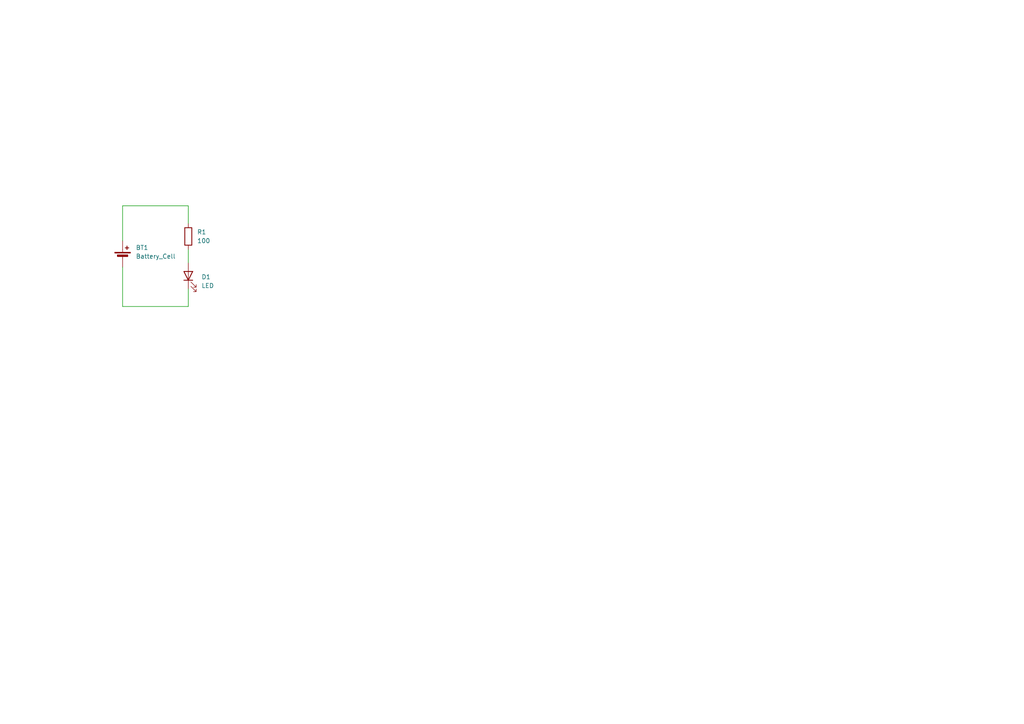
<source format=kicad_sch>
(kicad_sch (version 20250114) (generator "eeschema") (generator_version "9.0")
  (paper "A4")
  (lib_symbols
    (symbol "Device:Battery_Cell" (pin_numbers (hide yes)) (pin_names (offset 0) (hide yes))
      (property "Reference" "BT" (at 2.54 2.54 0))
      (property "Value" "Battery_Cell" (at 2.54 0 0))
      (symbol "Battery_Cell_0_1"
        (rectangle (start -2.286 1.778) (end 2.286 1.524) (fill (type outline)))
        (rectangle (start -1.524 1.016) (end 1.524 0.508) (fill (type outline)))
        (polyline (pts (xy 0 1.778) (xy 0 2.54)))
        (polyline (pts (xy 0 0.762) (xy 0 0)))
        (polyline (pts (xy 0.762 3.048) (xy 1.778 3.048)) (stroke (width 0.254)))
        (polyline (pts (xy 1.27 3.556) (xy 1.27 2.54)) (stroke (width 0.254)))
      )
      (symbol "Battery_Cell_1_1"
        (pin passive line (at 0 5.08 270) (length 2.54) (name "+") (number "1"))
        (pin passive line (at 0 -2.54 90) (length 2.54) (name "-") (number "2"))
      )
    )
    (symbol "Device:LED" (pin_numbers (hide yes)) (pin_names (offset 1.016) (hide yes))
      (property "Reference" "D" (at 0 2.54 0))
      (property "Value" "LED" (at 0 -2.54 0))
      (symbol "LED_0_1"
        (polyline (pts (xy -3.048 -0.762) (xy -4.572 -2.286) (xy -3.81 -2.286) (xy -4.572 -2.286) (xy -4.572 -1.524)))
        (polyline (pts (xy -1.778 -0.762) (xy -3.302 -2.286) (xy -2.54 -2.286) (xy -3.302 -2.286) (xy -3.302 -1.524)))
        (polyline (pts (xy -1.27 0) (xy 1.27 0)))
        (polyline (pts (xy -1.27 -1.27) (xy -1.27 1.27)) (stroke (width 0.254)))
        (polyline (pts (xy 1.27 -1.27) (xy 1.27 1.27) (xy -1.27 0) (xy 1.27 -1.27)) (stroke (width 0.254)))
      )
      (symbol "LED_1_1"
        (pin passive line (at -3.81 0 0) (length 2.54) (name "K") (number "1"))
        (pin passive line (at 3.81 0 180) (length 2.54) (name "A") (number "2"))
      )
    )
    (symbol "Device:R" (pin_numbers (hide yes)) (pin_names (offset 0))
      (property "Reference" "R" (at 2.032 0 90))
      (property "Value" "R" (at 0 0 90))
      (symbol "R_0_1"
        (rectangle (start -1.016 -2.54) (end 1.016 2.54) (stroke (width 0.254)))
      )
      (symbol "R_1_1"
        (pin passive line (at 0 3.81 270) (length 1.27) (name "~") (number "1"))
        (pin passive line (at 0 -3.81 90) (length 1.27) (name "~") (number "2"))
      )
    )
  )
  (wire (pts (xy 35.56 59.69) (xy 54.61 59.69)))
  (wire (pts (xy 54.61 72.39) (xy 54.61 76.2)))
  (wire (pts (xy 54.61 59.69) (xy 54.61 64.77)))
  (wire (pts (xy 54.61 88.9) (xy 35.56 88.9)))
  (wire (pts (xy 35.56 77.47) (xy 35.56 88.9)))
  (wire (pts (xy 54.61 83.82) (xy 54.61 88.9)))
  (wire (pts (xy 35.56 69.85) (xy 35.56 59.69)))
  (symbol (lib_id "Device:LED") (at 54.61 80.01 90) (unit 1)
    (property "Reference" "D1" (at 58.42 80.3274 90) (effects (justify right)))
    (property "Value" "LED" (at 58.42 82.8674 90) (effects (justify right)))
    (property "Footprint" "LED_THT:LED_D3.0mm_IRBlack" (effects (hide yes)))
    (property "Description" "Light emitting diode" (effects (hide yes)))
    (property "Sim.Pins" "1=K 2=A" (effects (hide yes)))
  )
  (symbol (lib_id "Device:R") (at 54.61 68.58 0) (unit 1)
    (property "Reference" "R1" (at 57.15 67.3099 0) (effects (justify left)))
    (property "Value" "100" (at 57.15 69.8499 0) (effects (justify left)))
    (property "Footprint" "Resistor_THT:R_Axial_DIN0204_L3.6mm_D1.6mm_P1.90mm_Vertical" (effects (hide yes)))
    (property "Description" "Resistor" (effects (hide yes)))
  )
  (symbol (lib_id "Device:Battery_Cell") (at 35.56 74.93 0) (unit 1)
    (property "Reference" "BT1" (at 39.37 71.8184 0) (effects (justify left)))
    (property "Value" "Battery_Cell" (at 39.37 74.3584 0) (effects (justify left)))
    (property "Footprint" "Battery:BatteryHolder_Keystone_500" (effects (hide yes)))
    (property "Description" "Single-cell battery" (effects (hide yes)))
  )
)
</source>
